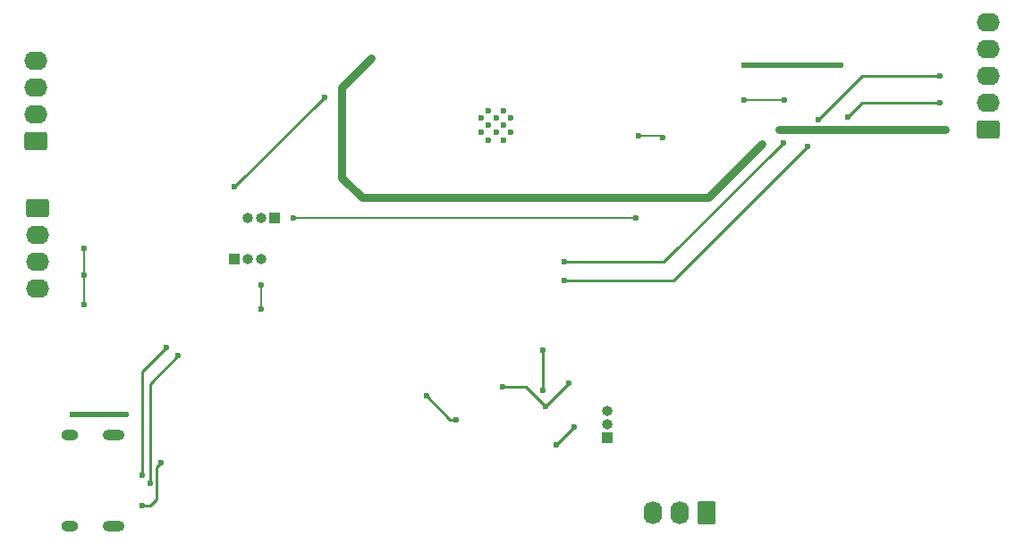
<source format=gbr>
%TF.GenerationSoftware,KiCad,Pcbnew,8.0.5*%
%TF.CreationDate,2024-10-22T09:55:14-05:00*%
%TF.ProjectId,golf_club_draft,676f6c66-5f63-46c7-9562-5f6472616674,rev?*%
%TF.SameCoordinates,Original*%
%TF.FileFunction,Copper,L2,Bot*%
%TF.FilePolarity,Positive*%
%FSLAX46Y46*%
G04 Gerber Fmt 4.6, Leading zero omitted, Abs format (unit mm)*
G04 Created by KiCad (PCBNEW 8.0.5) date 2024-10-22 09:55:14*
%MOMM*%
%LPD*%
G01*
G04 APERTURE LIST*
G04 Aperture macros list*
%AMRoundRect*
0 Rectangle with rounded corners*
0 $1 Rounding radius*
0 $2 $3 $4 $5 $6 $7 $8 $9 X,Y pos of 4 corners*
0 Add a 4 corners polygon primitive as box body*
4,1,4,$2,$3,$4,$5,$6,$7,$8,$9,$2,$3,0*
0 Add four circle primitives for the rounded corners*
1,1,$1+$1,$2,$3*
1,1,$1+$1,$4,$5*
1,1,$1+$1,$6,$7*
1,1,$1+$1,$8,$9*
0 Add four rect primitives between the rounded corners*
20,1,$1+$1,$2,$3,$4,$5,0*
20,1,$1+$1,$4,$5,$6,$7,0*
20,1,$1+$1,$6,$7,$8,$9,0*
20,1,$1+$1,$8,$9,$2,$3,0*%
G04 Aperture macros list end*
%TA.AperFunction,ComponentPad*%
%ADD10R,1.000000X1.000000*%
%TD*%
%TA.AperFunction,ComponentPad*%
%ADD11O,1.000000X1.000000*%
%TD*%
%TA.AperFunction,ComponentPad*%
%ADD12RoundRect,0.250000X0.845000X-0.620000X0.845000X0.620000X-0.845000X0.620000X-0.845000X-0.620000X0*%
%TD*%
%TA.AperFunction,ComponentPad*%
%ADD13O,2.190000X1.740000*%
%TD*%
%TA.AperFunction,ComponentPad*%
%ADD14RoundRect,0.250000X-0.845000X0.620000X-0.845000X-0.620000X0.845000X-0.620000X0.845000X0.620000X0*%
%TD*%
%TA.AperFunction,HeatsinkPad*%
%ADD15C,0.600000*%
%TD*%
%TA.AperFunction,ComponentPad*%
%ADD16RoundRect,0.250000X0.620000X0.845000X-0.620000X0.845000X-0.620000X-0.845000X0.620000X-0.845000X0*%
%TD*%
%TA.AperFunction,ComponentPad*%
%ADD17O,1.740000X2.190000*%
%TD*%
%TA.AperFunction,ComponentPad*%
%ADD18O,2.100000X1.000000*%
%TD*%
%TA.AperFunction,ComponentPad*%
%ADD19O,1.600000X1.000000*%
%TD*%
%TA.AperFunction,ViaPad*%
%ADD20C,0.600000*%
%TD*%
%TA.AperFunction,Conductor*%
%ADD21C,0.508000*%
%TD*%
%TA.AperFunction,Conductor*%
%ADD22C,0.200000*%
%TD*%
%TA.AperFunction,Conductor*%
%ADD23C,0.254000*%
%TD*%
%TA.AperFunction,Conductor*%
%ADD24C,0.152400*%
%TD*%
%TA.AperFunction,Conductor*%
%ADD25C,0.762000*%
%TD*%
G04 APERTURE END LIST*
D10*
%TO.P,Q1,1,C*%
%TO.N,/VBATT*%
X175108000Y-86238000D03*
D11*
%TO.P,Q1,2,B*%
%TO.N,Net-(BATTCHARGER1-DRIVE)*%
X175108000Y-84968000D03*
%TO.P,Q1,3,E*%
%TO.N,Net-(BATTCHARGER1-SENSE)*%
X175108000Y-83698000D03*
%TD*%
D12*
%TO.P,FSR_V1,1,Pin_1*%
%TO.N,/3V3*%
X121031000Y-58166000D03*
D13*
%TO.P,FSR_V1,2,Pin_2*%
X121031000Y-55626000D03*
%TO.P,FSR_V1,3,Pin_3*%
X121031000Y-53086000D03*
%TO.P,FSR_V1,4,Pin_4*%
X121031000Y-50546000D03*
%TD*%
D10*
%TO.P,Q3,1,C*%
%TO.N,/GPIO0*%
X143637000Y-65405000D03*
D11*
%TO.P,Q3,2,B*%
%TO.N,/RTS*%
X142367000Y-65405000D03*
%TO.P,Q3,3,E*%
%TO.N,/DTR*%
X141097000Y-65405000D03*
%TD*%
D14*
%TO.P,FSR_IO1,1,Pin_1*%
%TO.N,/FSR1*%
X121158000Y-64516000D03*
D13*
%TO.P,FSR_IO1,2,Pin_2*%
%TO.N,/FSR2*%
X121158000Y-67056000D03*
%TO.P,FSR_IO1,3,Pin_3*%
%TO.N,/FSR3*%
X121158000Y-69596000D03*
%TO.P,FSR_IO1,4,Pin_4*%
%TO.N,/FSR4*%
X121158000Y-72136000D03*
%TD*%
D15*
%TO.P,U3,41,GND*%
%TO.N,GND*%
X163189000Y-55939000D03*
X163189000Y-57339000D03*
X163889000Y-55239000D03*
X163889000Y-56639000D03*
X163889000Y-58039000D03*
X164589000Y-55939000D03*
X164589000Y-57339000D03*
X165289000Y-55239000D03*
X165289000Y-56639000D03*
X165289000Y-58039000D03*
X165989000Y-55939000D03*
X165989000Y-57339000D03*
%TD*%
D16*
%TO.P,BATTIO1,1,Pin_1*%
%TO.N,unconnected-(BATTIO1-Pin_1-Pad1)*%
X184531000Y-93345000D03*
D17*
%TO.P,BATTIO1,2,Pin_2*%
%TO.N,/VBATT*%
X181991000Y-93345000D03*
%TO.P,BATTIO1,3,Pin_3*%
%TO.N,GND*%
X179451000Y-93345000D03*
%TD*%
D12*
%TO.P,IMU_IO1,1,Pin_1*%
%TO.N,/3V3*%
X211201000Y-57023000D03*
D13*
%TO.P,IMU_IO1,2,Pin_2*%
%TO.N,/SDA*%
X211201000Y-54483000D03*
%TO.P,IMU_IO1,3,Pin_3*%
%TO.N,/SCL*%
X211201000Y-51943000D03*
%TO.P,IMU_IO1,4,Pin_4*%
%TO.N,GND*%
X211201000Y-49403000D03*
%TO.P,IMU_IO1,5,Pin_5*%
%TO.N,/1V8*%
X211201000Y-46863000D03*
%TD*%
D10*
%TO.P,Q2,1,C*%
%TO.N,/RESET*%
X139827000Y-69342000D03*
D11*
%TO.P,Q2,2,B*%
%TO.N,/DTR*%
X141097000Y-69342000D03*
%TO.P,Q2,3,E*%
%TO.N,/RTS*%
X142367000Y-69342000D03*
%TD*%
D18*
%TO.P,J1,S1,SHIELD*%
%TO.N,unconnected-(J1-SHIELD-PadS1)*%
X128397000Y-85975000D03*
D19*
X124217000Y-85975000D03*
D18*
X128397000Y-94615000D03*
D19*
X124217000Y-94615000D03*
%TD*%
D20*
%TO.N,GND*%
X188087000Y-50927000D03*
X197231000Y-50927000D03*
X197231000Y-50927000D03*
X125603000Y-70866000D03*
X157988000Y-82296000D03*
X160837056Y-84547142D03*
%TO.N,Net-(BATTCHARGER1-DRIVE)*%
X171958000Y-85217000D03*
X170263500Y-86911500D03*
%TO.N,GND*%
X188087000Y-54229000D03*
X191897000Y-54229000D03*
%TO.N,/D+*%
X133350000Y-77724000D03*
%TO.N,/D-*%
X134493000Y-78486000D03*
%TO.N,/D+*%
X131064000Y-89789000D03*
%TO.N,/D-*%
X131826000Y-90551000D03*
%TO.N,GND*%
X129540000Y-84074000D03*
X124460000Y-84074000D03*
%TO.N,Net-(D2-A)*%
X132842000Y-88646000D03*
X131064000Y-92710000D03*
%TO.N,GND*%
X171513500Y-81089500D03*
X165227000Y-81407000D03*
X169291000Y-83312000D03*
%TO.N,Net-(BATTCHARGER1-PROG)*%
X169037000Y-81788000D03*
X169037000Y-77978000D03*
%TO.N,GND*%
X125603000Y-73660000D03*
X125603000Y-73660000D03*
X125603000Y-68326000D03*
X125603000Y-68326000D03*
%TO.N,/3V3*%
X207137000Y-57023000D03*
X191389000Y-57023000D03*
X189738000Y-58420000D03*
X152781000Y-50292000D03*
%TO.N,/RESET*%
X139827000Y-62484000D03*
X148336000Y-53975000D03*
%TO.N,/SCL*%
X191770000Y-58293000D03*
X195072000Y-56134000D03*
X206629000Y-51943000D03*
X171069000Y-69596000D03*
%TO.N,/SDA*%
X171069000Y-71374000D03*
X194056000Y-58674000D03*
X206629000Y-54483000D03*
X197866000Y-55880000D03*
%TO.N,/RTS*%
X142367000Y-71755000D03*
X142367000Y-71755000D03*
X142367000Y-74041000D03*
X142367000Y-71755000D03*
X142367000Y-71755000D03*
%TO.N,/GPIO0*%
X145415000Y-65405000D03*
X177800000Y-65405000D03*
X177800000Y-65405000D03*
%TO.N,/RXD*%
X178054000Y-57658000D03*
X180340000Y-57785000D03*
%TD*%
D21*
%TO.N,GND*%
X188087000Y-50927000D02*
X197231000Y-50927000D01*
D22*
X125603000Y-70866000D02*
X125603000Y-73660000D01*
D23*
X160239142Y-84547142D02*
X157988000Y-82296000D01*
X160837056Y-84547142D02*
X160239142Y-84547142D01*
%TO.N,Net-(BATTCHARGER1-DRIVE)*%
X170263500Y-86911500D02*
X171958000Y-85217000D01*
D24*
%TO.N,GND*%
X191897000Y-54229000D02*
X188087000Y-54229000D01*
D23*
%TO.N,/D+*%
X133350000Y-77724000D02*
X131064000Y-80010000D01*
X131064000Y-80010000D02*
X131064000Y-89789000D01*
%TO.N,/D-*%
X131826000Y-81153000D02*
X131826000Y-90551000D01*
X134493000Y-78486000D02*
X131826000Y-81153000D01*
%TO.N,Net-(D2-A)*%
X132842000Y-88646000D02*
X132461000Y-89027000D01*
X131826000Y-92710000D02*
X131064000Y-92710000D01*
X132461000Y-89027000D02*
X132461000Y-92075000D01*
X132461000Y-92075000D02*
X131826000Y-92710000D01*
D21*
%TO.N,GND*%
X124460000Y-84074000D02*
X129540000Y-84074000D01*
D23*
X167386000Y-81407000D02*
X165227000Y-81407000D01*
X169291000Y-83312000D02*
X167386000Y-81407000D01*
X169799000Y-82804000D02*
X171513500Y-81089500D01*
X169799000Y-82804000D02*
X169291000Y-83312000D01*
%TO.N,Net-(BATTCHARGER1-PROG)*%
X169037000Y-77978000D02*
X169037000Y-81788000D01*
D22*
%TO.N,GND*%
X125603000Y-68326000D02*
X125603000Y-70866000D01*
D25*
%TO.N,/3V3*%
X189738000Y-58420000D02*
X184658000Y-63500000D01*
X149987000Y-53086000D02*
X152781000Y-50292000D01*
X153670000Y-63500000D02*
X151892000Y-63500000D01*
X184658000Y-63500000D02*
X153670000Y-63500000D01*
X149987000Y-61595000D02*
X149987000Y-56134000D01*
X207137000Y-57023000D02*
X191389000Y-57023000D01*
X151892000Y-63500000D02*
X149987000Y-61595000D01*
X149987000Y-56134000D02*
X149987000Y-53086000D01*
D23*
%TO.N,/RESET*%
X139827000Y-62484000D02*
X148336000Y-53975000D01*
%TO.N,/SCL*%
X206629000Y-51943000D02*
X199263000Y-51943000D01*
X199263000Y-51943000D02*
X195072000Y-56134000D01*
X180467000Y-69596000D02*
X171069000Y-69596000D01*
X191770000Y-58293000D02*
X180467000Y-69596000D01*
%TO.N,/SDA*%
X181356000Y-71374000D02*
X171069000Y-71374000D01*
X199263000Y-54483000D02*
X197866000Y-55880000D01*
X194056000Y-58674000D02*
X181356000Y-71374000D01*
X206629000Y-54483000D02*
X199263000Y-54483000D01*
D22*
%TO.N,/RTS*%
X142367000Y-74041000D02*
X142367000Y-71755000D01*
%TO.N,/GPIO0*%
X145415000Y-65405000D02*
X177800000Y-65405000D01*
%TO.N,/RXD*%
X180340000Y-57785000D02*
X180213000Y-57658000D01*
X180213000Y-57658000D02*
X178054000Y-57658000D01*
%TD*%
M02*

</source>
